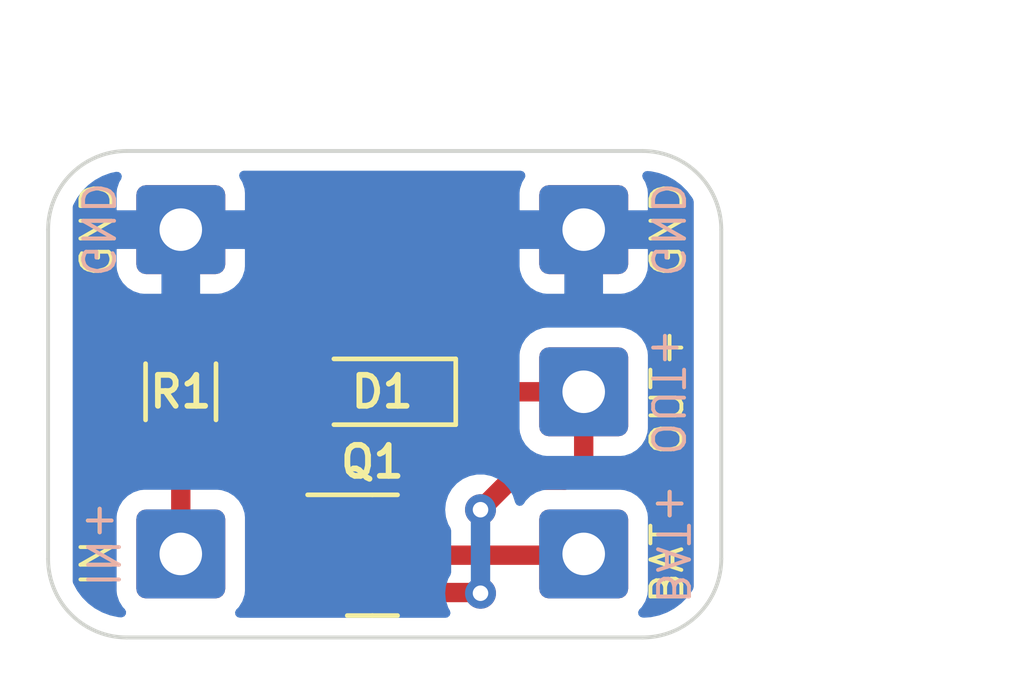
<source format=kicad_pcb>
(kicad_pcb (version 20211014) (generator pcbnew)
  (title_block (rev "1"))
  (layers (0 "F.Cu" signal "Front") (31 "B.Cu" signal "Back") (34 "B.Paste" user) (35 "F.Paste" user) (36 "B.SilkS" user "B.Silkscreen") (37 "F.SilkS" user "F.Silkscreen") (38 "B.Mask" user) (39 "F.Mask" user) (44 "Edge.Cuts" user))
  (net 0 "")
  (net 1 "/IN+")
  (net 2 "/OUT+-OUT")
  (net 3 "/GND")
  (net 4 "/OUT+-IN")
  (footprint "Connector_Wire:SolderWire-0.5sqmm_1x01_D0.9mm_OD2.3mm" (layer "F.Cu") (at 63.5 48.895)
    (fp_text reference "J1" hide)
    (fp_text value "Conn_01x01")
    (pad "1" thru_hole roundrect (at 0 0) (size 2.3 2.3) (drill 1.1) (layers *.Cu *.Mask) (roundrect_rratio 0.108696) (net 1 "/IN+"))
  )
  (footprint "Package_TO_SOT_SMD:SOT-23" (layer "F.Cu") (at 68.453 48.9275)
    (fp_text reference "Q1" (at 0 -2.413) (layer "F.SilkS") (effects (font (size 0.8 0.8))))
    (fp_text value "IRLML6402")
    (fp_line (start 0 1.56) (end -0.65 1.56) (layer "F.SilkS") (width 0.12))
    (fp_line (start 0 -1.56) (end 0.65 -1.56) (layer "F.SilkS") (width 0.12))
    (fp_line (start 0 -1.56) (end -1.675 -1.56) (layer "F.SilkS") (width 0.12))
    (fp_line (start 0 1.56) (end 0.65 1.56) (layer "F.SilkS") (width 0.12))
    (pad "1" smd roundrect (at -0.9375 -0.95) (size 1.475 0.6) (layers "F.Cu" "F.Paste" "F.Mask") (net 1 "/IN+"))
    (pad "2" smd roundrect (at -0.9375 0.95) (size 1.475 0.6) (layers "F.Cu" "F.Paste" "F.Mask") (net 2 "/OUT+-OUT"))
    (pad "3" smd roundrect (at 0.9375 0) (size 1.475 0.6) (layers "F.Cu" "F.Paste" "F.Mask") (net 4 "/OUT+-IN"))
  )
  (footprint "Resistor_SMD:R_1206_3216Metric_Pad1.30x1.75mm_HandSolder" (layer "F.Cu") (at 63.5 44.704 90)
    (fp_text reference "R1" (at 0 0 180) (layer "F.SilkS") (effects (font (size 0.8 0.8))))
    (fp_text value "10k")
    (fp_line (start -0.727064 -0.91) (end 0.727064 -0.91) (layer "F.SilkS") (width 0.12))
    (fp_line (start -0.727064 0.91) (end 0.727064 0.91) (layer "F.SilkS") (width 0.12))
    (pad "1" smd roundrect (at -1.55 0 90) (size 1.3 1.75) (layers "F.Cu" "F.Paste" "F.Mask") (roundrect_rratio 0.192308) (net 1 "/IN+"))
    (pad "2" smd roundrect (at 1.55 0 90) (size 1.3 1.75) (layers "F.Cu" "F.Paste" "F.Mask") (roundrect_rratio 0.192308) (net 3 "/GND"))
  )
  (footprint "Diode_SMD:D_SOD-323_HandSoldering" (layer "F.Cu") (at 68.707 44.704 180)
    (fp_text reference "D1" (at 0 0) (layer "F.SilkS") (effects (font (size 0.8 0.8))))
    (fp_text value "PMEG4010CEJ")
    (fp_line (start -1.9 -0.85) (end -1.9 0.85) (layer "F.SilkS") (width 0.12))
    (fp_line (start -1.9 0.85) (end 1.25 0.85) (layer "F.SilkS") (width 0.12))
    (fp_line (start -1.9 -0.85) (end 1.25 -0.85) (layer "F.SilkS") (width 0.12))
    (pad "1" smd rect (at -1.25 0 180) (size 1 1) (layers "F.Cu" "F.Paste" "F.Mask") (net 2 "/OUT+-OUT"))
    (pad "2" smd rect (at 1.25 0 180) (size 1 1) (layers "F.Cu" "F.Paste" "F.Mask") (net 1 "/IN+"))
  )
  (footprint "Connector_Wire:SolderWire-0.5sqmm_1x01_D0.9mm_OD2.3mm" (layer "F.Cu") (at 63.5 40.513)
    (fp_text reference "J2" hide)
    (fp_text value "Conn_01x01")
    (pad "1" thru_hole roundrect (at 0 0) (size 2.3 2.3) (drill 1.1) (layers *.Cu *.Mask) (roundrect_rratio 0.108696) (net 3 "/GND"))
  )
  (footprint "Connector_Wire:SolderWire-0.5sqmm_1x01_D0.9mm_OD2.3mm" (layer "F.Cu") (at 73.914 48.895)
    (fp_text reference "J3" hide)
    (fp_text value "Conn_01x01")
    (pad "1" thru_hole roundrect (at 0 0) (size 2.3 2.3) (drill 1.1) (layers *.Cu *.Mask) (roundrect_rratio 0.108696) (net 4 "/OUT+-IN"))
  )
  (footprint "Connector_Wire:SolderWire-0.5sqmm_1x01_D0.9mm_OD2.3mm" (layer "F.Cu") (at 73.914 44.704)
    (fp_text reference "J5" hide)
    (fp_text value "Conn_01x01")
    (pad "1" thru_hole roundrect (at 0 0) (size 2.3 2.3) (drill 1.1) (layers *.Cu *.Mask) (roundrect_rratio 0.108696) (net 2 "/OUT+-OUT"))
  )
  (footprint "Connector_Wire:SolderWire-0.5sqmm_1x01_D0.9mm_OD2.3mm" (layer "F.Cu") (at 73.914 40.513)
    (fp_text reference "J4" hide)
    (fp_text value "Conn_01x01")
    (pad "1" thru_hole roundrect (at 0 0) (size 2.3 2.3) (drill 1.1) (layers *.Cu *.Mask) (roundrect_rratio 0.108696) (net 3 "/GND"))
  )
  (gr_arc (start 62.103 51.054) (mid 60.666159 50.458841) (end 60.071 49.022) (layer "Edge.Cuts") (width 0.1))
  (gr_line (start 75.438 38.481) (end 62.103 38.481) (layer "Edge.Cuts") (width 0.1))
  (gr_line (start 77.47 49.022) (end 77.47 40.513) (layer "Edge.Cuts") (width 0.1))
  (gr_arc (start 77.47 49.022) (mid 76.874838 50.458826) (end 75.438 51.054) (layer "Edge.Cuts") (width 0.1))
  (gr_line (start 60.071 40.513) (end 60.071 49.022) (layer "Edge.Cuts") (width 0.1))
  (gr_line (start 62.103 51.054) (end 75.438 51.054) (layer "Edge.Cuts") (width 0.1))
  (gr_arc (start 75.438 38.481) (mid 76.874853 39.076147) (end 77.47 40.513) (layer "Edge.Cuts") (width 0.1))
  (gr_arc (start 60.071 40.513) (mid 60.666159 39.076159) (end 62.103 38.481) (layer "Edge.Cuts") (width 0.1))
  (gr_text "OUT+" (at 76.073 44.704 -90) (layer "B.SilkS") (effects (font (size 0.8 0.8) (thickness 0.1)) (justify mirror)))
  (gr_text "GND" (at 76.073 40.513 -90) (layer "B.SilkS") (effects (font (size 0.8 0.8) (thickness 0.1)) (justify mirror)))
  (gr_text "GND" (at 61.341 40.513 -90) (layer "B.SilkS") (effects (font (size 0.8 0.8) (thickness 0.1)) (justify mirror)))
  (gr_text "BAT+" (at 76.2 48.641 -90) (layer "B.SilkS") (effects (font (size 0.8 0.8) (thickness 0.1)) (justify mirror)))
  (gr_text "IN+" (at 61.468 48.641 -90) (layer "B.SilkS") (effects (font (size 0.8 0.8) (thickness 0.1)) (justify mirror)))
  (gr_text "BAT+" (at 76.073 48.641 90) (layer "F.SilkS") (effects (font (size 0.8 0.8) (thickness 0.1))))
  (gr_text "IN+" (at 61.341 48.641 90) (layer "F.SilkS") (effects (font (size 0.8 0.8) (thickness 0.1))))
  (gr_text "OUT+" (at 76.073 44.704 90) (layer "F.SilkS") (effects (font (size 0.8 0.8) (thickness 0.1))))
  (gr_text "GND" (at 76.073 40.513 90) (layer "F.SilkS") (effects (font (size 0.8 0.8) (thickness 0.1))))
  (gr_text "GND" (at 61.341 40.513 90) (layer "F.SilkS") (effects (font (size 0.8 0.8) (thickness 0.1))))
  (segment (start 66.421 44.704) (end 67.457 44.704) (width 0.5) (layer "F.Cu") (net 1))
  (segment (start 63.5 48.895) (end 63.5 46.254) (width 0.5) (layer "F.Cu") (net 1))
  (segment (start 64.871 46.254) (end 66.421 44.704) (width 0.5) (layer "F.Cu") (net 1))
  (segment (start 63.5 46.254) (end 64.871 46.254) (width 0.5) (layer "F.Cu") (net 1))
  (segment (start 67.457 44.704) (end 67.457 47.9735) (width 0.5) (layer "F.Cu") (net 1))
  (segment (start 73.914 46.482) (end 73.406 46.99) (width 0.5) (layer "F.Cu") (net 2))
  (segment (start 71.247 49.8927) (end 67.5307 49.8927) (width 0.5) (layer "F.Cu") (net 2))
  (segment (start 69.957 44.704) (end 73.914 44.704) (width 0.5) (layer "F.Cu") (net 2))
  (segment (start 73.914 44.704) (end 73.914 46.482) (width 0.5) (layer "F.Cu") (net 2))
  (segment (start 72.009 46.99) (end 71.247 47.752) (width 0.5) (layer "F.Cu") (net 2))
  (segment (start 73.406 46.99) (end 72.009 46.99) (width 0.5) (layer "F.Cu") (net 2))
  (via (at 71.247 47.752) (size 0.8) (drill 0.4) (layers "F.Cu" "B.Cu") (net 2))
  (via (at 71.247 49.911) (size 0.8) (drill 0.4) (layers "F.Cu" "B.Cu") (net 2))
  (segment (start 71.247 47.752) (end 71.247 49.911) (width 0.5) (layer "B.Cu") (net 2))
  (segment (start 63.5 40.513) (end 63.5 43.154) (width 0.6) (layer "F.Cu") (net 3))
  (segment (start 69.691 48.9275) (end 73.914 48.9275) (width 0.5) (layer "F.Cu") (net 4))
  (zone (net 3) (net_name "/GND") (layer "B.Cu") (connect_pads (clearance 0.508)) (min_thickness 0.254) (fill yes (thermal_gap 0.508) (thermal_bridge_width 1))
    (polygon (pts (xy 76.7588 50.9016) (xy 60.706 50.8508) (xy 60.706 38.9128) (xy 76.7588 38.9128)))
  )
)
</source>
